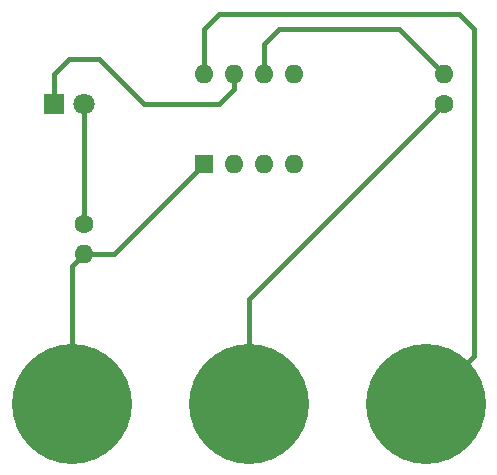
<source format=gbr>
%TF.GenerationSoftware,KiCad,Pcbnew,(5.1.10)-1*%
%TF.CreationDate,2021-07-14T02:51:18+08:00*%
%TF.ProjectId,20210714,32303231-3037-4313-942e-6b696361645f,rev?*%
%TF.SameCoordinates,Original*%
%TF.FileFunction,Copper,L1,Top*%
%TF.FilePolarity,Positive*%
%FSLAX46Y46*%
G04 Gerber Fmt 4.6, Leading zero omitted, Abs format (unit mm)*
G04 Created by KiCad (PCBNEW (5.1.10)-1) date 2021-07-14 02:51:18*
%MOMM*%
%LPD*%
G01*
G04 APERTURE LIST*
%TA.AperFunction,ComponentPad*%
%ADD10R,1.800000X1.800000*%
%TD*%
%TA.AperFunction,ComponentPad*%
%ADD11C,1.800000*%
%TD*%
%TA.AperFunction,ComponentPad*%
%ADD12C,10.160000*%
%TD*%
%TA.AperFunction,ComponentPad*%
%ADD13O,1.600000X1.600000*%
%TD*%
%TA.AperFunction,ComponentPad*%
%ADD14C,1.600000*%
%TD*%
%TA.AperFunction,ComponentPad*%
%ADD15R,1.600000X1.600000*%
%TD*%
%TA.AperFunction,Conductor*%
%ADD16C,0.400000*%
%TD*%
G04 APERTURE END LIST*
D10*
%TO.P,D1,1*%
%TO.N,Net-(D1-Pad1)*%
X101600000Y-72390000D03*
D11*
%TO.P,D1,2*%
%TO.N,Net-(D1-Pad2)*%
X104140000Y-72390000D03*
%TD*%
D12*
%TO.P,J1,1*%
%TO.N,VCC*%
X103120000Y-97790000D03*
%TO.P,J1,3*%
%TO.N,GND*%
X133090000Y-97790000D03*
%TO.P,J1,2*%
%TO.N,Net-(J1-Pad2)*%
X118110000Y-97790000D03*
%TD*%
D13*
%TO.P,R1,2*%
%TO.N,/INPUT*%
X134620000Y-69850000D03*
D14*
%TO.P,R1,1*%
%TO.N,Net-(J1-Pad2)*%
X134620000Y-72390000D03*
%TD*%
%TO.P,R2,1*%
%TO.N,Net-(D1-Pad2)*%
X104140000Y-82550000D03*
D13*
%TO.P,R2,2*%
%TO.N,VCC*%
X104140000Y-85090000D03*
%TD*%
D15*
%TO.P,U1,1*%
%TO.N,VCC*%
X114300000Y-77470000D03*
D13*
%TO.P,U1,5*%
%TO.N,Net-(U1-Pad5)*%
X121920000Y-69850000D03*
%TO.P,U1,2*%
%TO.N,Net-(U1-Pad2)*%
X116840000Y-77470000D03*
%TO.P,U1,6*%
%TO.N,/INPUT*%
X119380000Y-69850000D03*
%TO.P,U1,3*%
%TO.N,Net-(U1-Pad3)*%
X119380000Y-77470000D03*
%TO.P,U1,7*%
%TO.N,Net-(D1-Pad1)*%
X116840000Y-69850000D03*
%TO.P,U1,4*%
%TO.N,Net-(U1-Pad4)*%
X121920000Y-77470000D03*
%TO.P,U1,8*%
%TO.N,GND*%
X114300000Y-69850000D03*
%TD*%
D16*
%TO.N,Net-(D1-Pad1)*%
X101600000Y-69850000D02*
X101600000Y-72390000D01*
X102870000Y-68580000D02*
X101600000Y-69850000D01*
X109220000Y-72390000D02*
X105410000Y-68580000D01*
X105410000Y-68580000D02*
X102870000Y-68580000D01*
X115570000Y-72390000D02*
X109220000Y-72390000D01*
X116840000Y-71120000D02*
X115570000Y-72390000D01*
X116840000Y-69850000D02*
X116840000Y-71120000D01*
%TO.N,Net-(D1-Pad2)*%
X104140000Y-72390000D02*
X104140000Y-82550000D01*
%TO.N,VCC*%
X103120000Y-86110000D02*
X104140000Y-85090000D01*
X103120000Y-97790000D02*
X103120000Y-86110000D01*
X106680000Y-85090000D02*
X114300000Y-77470000D01*
X104140000Y-85090000D02*
X106680000Y-85090000D01*
%TO.N,GND*%
X137160000Y-66040000D02*
X137160000Y-93720000D01*
X137160000Y-93720000D02*
X133090000Y-97790000D01*
X135890000Y-64770000D02*
X137160000Y-66040000D01*
X115570000Y-64770000D02*
X135890000Y-64770000D01*
X114300000Y-66040000D02*
X115570000Y-64770000D01*
X114300000Y-69850000D02*
X114300000Y-66040000D01*
%TO.N,Net-(J1-Pad2)*%
X118110000Y-88900000D02*
X134620000Y-72390000D01*
X118110000Y-97790000D02*
X118110000Y-88900000D01*
%TO.N,/INPUT*%
X119380000Y-67310000D02*
X119380000Y-69850000D01*
X120650000Y-66040000D02*
X119380000Y-67310000D01*
X130810000Y-66040000D02*
X120650000Y-66040000D01*
X134620000Y-69850000D02*
X130810000Y-66040000D01*
%TD*%
M02*

</source>
